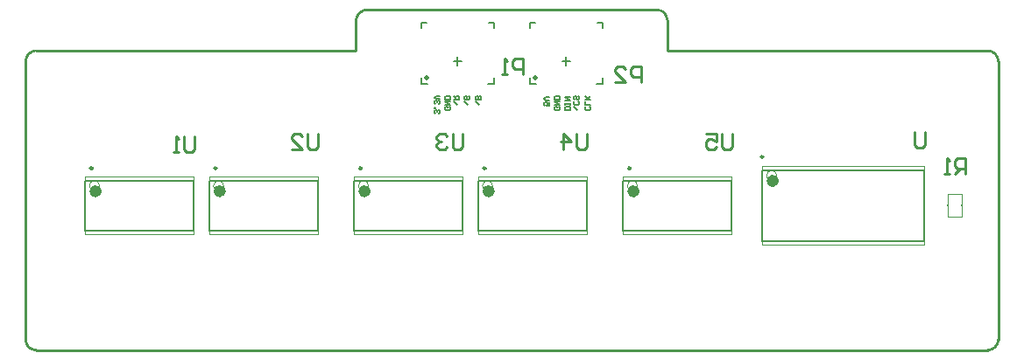
<source format=gbo>
G04 Layer_Color=32896*
%FSLAX42Y42*%
%MOMM*%
G71*
G01*
G75*
%ADD10C,0.25*%
%ADD12C,0.25*%
%ADD13C,0.10*%
%ADD28C,0.60*%
%ADD29C,0.50*%
%ADD30C,0.13*%
%ADD31C,0.20*%
D10*
X4810Y2670D02*
Y2822D01*
X4734D01*
X4708Y2797D01*
Y2746D01*
X4734Y2721D01*
X4810D01*
X4658Y2670D02*
X4607D01*
X4632D01*
Y2822D01*
X4658Y2797D01*
X5950Y2600D02*
Y2752D01*
X5874D01*
X5848Y2727D01*
Y2676D01*
X5874Y2651D01*
X5950D01*
X5696Y2600D02*
X5798D01*
X5696Y2702D01*
Y2727D01*
X5721Y2752D01*
X5772D01*
X5798Y2727D01*
X8690Y2112D02*
Y1985D01*
X8665Y1960D01*
X8614D01*
X8588Y1985D01*
Y2112D01*
X9082Y1704D02*
Y1857D01*
X9005D01*
X8980Y1831D01*
Y1781D01*
X9005Y1755D01*
X9082D01*
X9031D02*
X8980Y1704D01*
X8929D02*
X8878D01*
X8904D01*
Y1857D01*
X8929Y1831D01*
X1630Y2072D02*
Y1945D01*
X1605Y1920D01*
X1554D01*
X1528Y1945D01*
Y2072D01*
X1478Y1920D02*
X1427D01*
X1452D01*
Y2072D01*
X1478Y2047D01*
X2826Y2101D02*
Y1974D01*
X2801Y1948D01*
X2750D01*
X2725Y1974D01*
Y2101D01*
X2572Y1948D02*
X2674D01*
X2572Y2050D01*
Y2075D01*
X2598Y2101D01*
X2648D01*
X2674Y2075D01*
X4226Y2100D02*
Y1973D01*
X4201Y1948D01*
X4150D01*
X4125Y1973D01*
Y2100D01*
X4074Y2075D02*
X4049Y2100D01*
X3998D01*
X3972Y2075D01*
Y2049D01*
X3998Y2024D01*
X4023D01*
X3998D01*
X3972Y1999D01*
Y1973D01*
X3998Y1948D01*
X4049D01*
X4074Y1973D01*
X5427Y2101D02*
Y1974D01*
X5402Y1948D01*
X5351D01*
X5325Y1974D01*
Y2101D01*
X5199Y1948D02*
Y2101D01*
X5275Y2024D01*
X5173D01*
X6827Y2101D02*
Y1974D01*
X6801Y1948D01*
X6750D01*
X6725Y1974D01*
Y2101D01*
X6573D02*
X6674D01*
Y2024D01*
X6623Y2050D01*
X6598D01*
X6573Y2024D01*
Y1974D01*
X6598Y1948D01*
X6649D01*
X6674Y1974D01*
X100Y2900D02*
G03*
X0Y2800I0J-100D01*
G01*
Y100D02*
G03*
X100Y0I100J0D01*
G01*
X9300D02*
G03*
X9400Y100I0J100D01*
G01*
Y2800D02*
G03*
X9300Y2900I-100J0D01*
G01*
X6200Y3200D02*
G03*
X6100Y3300I-100J0D01*
G01*
X3310D02*
G03*
X3190Y3180I0J-120D01*
G01*
D12*
X7129Y1875D02*
G03*
X7129Y1875I-12J0D01*
G01*
X5847Y1762D02*
G03*
X5847Y1762I-12J0D01*
G01*
X4447D02*
G03*
X4447Y1762I-12J0D01*
G01*
X3247D02*
G03*
X3247Y1762I-12J0D01*
G01*
X1847D02*
G03*
X1847Y1762I-12J0D01*
G01*
X647D02*
G03*
X647Y1762I-12J0D01*
G01*
X0Y100D02*
Y2800D01*
X100Y2900D02*
X3190Y2900D01*
X100Y0D02*
X9300D01*
X9400Y100D02*
Y2800D01*
X6200Y2900D02*
X9300D01*
X6200D02*
Y3200D01*
X3190Y2900D02*
Y3180D01*
X3310Y3300D02*
X6100D01*
D13*
X7260Y1690D02*
G03*
X7260Y1690I-50J0D01*
G01*
X5915Y1590D02*
G03*
X5915Y1590I-50J0D01*
G01*
X4515D02*
G03*
X4515Y1590I-50J0D01*
G01*
X3315D02*
G03*
X3315Y1590I-50J0D01*
G01*
X1915D02*
G03*
X1915Y1590I-50J0D01*
G01*
X715D02*
G03*
X715Y1590I-50J0D01*
G01*
X7120Y1780D02*
X8680D01*
X7120Y1020D02*
X8680D01*
X7120D02*
Y1780D01*
X8680Y1020D02*
Y1780D01*
X6825Y1120D02*
Y1680D01*
X5775Y1120D02*
Y1680D01*
Y1120D02*
X6825D01*
X5775Y1680D02*
X6825D01*
X5425Y1120D02*
Y1680D01*
X4375Y1120D02*
Y1680D01*
Y1120D02*
X5425D01*
X4375Y1680D02*
X5425D01*
X4225Y1120D02*
Y1680D01*
X3175Y1120D02*
Y1680D01*
Y1120D02*
X4225D01*
X3175Y1680D02*
X4225D01*
X2825Y1120D02*
Y1680D01*
X1775Y1120D02*
Y1680D01*
Y1120D02*
X2825D01*
X1775Y1680D02*
X2825D01*
X1625Y1120D02*
Y1680D01*
X575Y1120D02*
Y1680D01*
Y1120D02*
X1625D01*
X575Y1680D02*
X1625D01*
X9047Y1295D02*
Y1515D01*
X8912Y1295D02*
Y1515D01*
Y1295D02*
X9047D01*
X8912Y1515D02*
X9047D01*
D28*
X7250Y1640D02*
G03*
X7250Y1640I-30J0D01*
G01*
X5905Y1540D02*
G03*
X5905Y1540I-30J0D01*
G01*
X4505D02*
G03*
X4505Y1540I-30J0D01*
G01*
X3305D02*
G03*
X3305Y1540I-30J0D01*
G01*
X1905D02*
G03*
X1905Y1540I-30J0D01*
G01*
X705D02*
G03*
X705Y1540I-30J0D01*
G01*
D29*
X3872Y2635D02*
D03*
X4922D02*
D03*
D30*
X4175Y2760D02*
Y2840D01*
X4135Y2800D02*
X4215D01*
X3825Y3120D02*
Y3170D01*
X3875D01*
X4475D02*
X4525D01*
Y3120D02*
Y3170D01*
X3825Y2580D02*
Y2640D01*
Y2580D02*
X3885D01*
X4465D02*
X4525D01*
Y2640D01*
X5225Y2760D02*
Y2840D01*
X5185Y2800D02*
X5265D01*
X4875Y3120D02*
Y3170D01*
X4925D01*
X5525D02*
X5575D01*
Y3120D02*
Y3170D01*
X4875Y2580D02*
Y2640D01*
Y2580D02*
X4935D01*
X5515D02*
X5575D01*
Y2640D01*
X3992Y2290D02*
X4000Y2298D01*
Y2315D01*
X3992Y2323D01*
X3983D01*
X3975Y2315D01*
Y2307D01*
Y2315D01*
X3967Y2323D01*
X3958D01*
X3950Y2315D01*
Y2298D01*
X3958Y2290D01*
X3950Y2340D02*
X3958D01*
Y2348D01*
X3950D01*
Y2340D01*
X3992Y2382D02*
X4000Y2390D01*
Y2407D01*
X3992Y2415D01*
X3983D01*
X3975Y2407D01*
Y2398D01*
Y2407D01*
X3967Y2415D01*
X3958D01*
X3950Y2407D01*
Y2390D01*
X3958Y2382D01*
X4000Y2432D02*
X3967D01*
X3950Y2448D01*
X3967Y2465D01*
X4000D01*
X4092Y2363D02*
X4100Y2355D01*
Y2338D01*
X4092Y2330D01*
X4058D01*
X4050Y2338D01*
Y2355D01*
X4058Y2363D01*
X4075D01*
Y2347D01*
X4050Y2380D02*
X4100D01*
X4050Y2413D01*
X4100D01*
Y2430D02*
X4050D01*
Y2455D01*
X4058Y2463D01*
X4092D01*
X4100Y2455D01*
Y2430D01*
X4140Y2413D02*
X4173Y2380D01*
X4140Y2430D02*
X4190D01*
Y2455D01*
X4182Y2463D01*
X4165D01*
X4157Y2455D01*
Y2430D01*
Y2447D02*
X4140Y2463D01*
X4240Y2413D02*
X4273Y2380D01*
X4282Y2463D02*
X4290Y2455D01*
Y2438D01*
X4282Y2430D01*
X4248D01*
X4240Y2438D01*
Y2455D01*
X4248Y2463D01*
X4265D01*
Y2447D01*
X4350Y2413D02*
X4383Y2380D01*
X4400Y2430D02*
X4350D01*
Y2455D01*
X4358Y2463D01*
X4367D01*
X4375Y2455D01*
Y2430D01*
Y2455D01*
X4383Y2463D01*
X4392D01*
X4400Y2455D01*
Y2430D01*
X5152Y2363D02*
X5160Y2355D01*
Y2338D01*
X5152Y2330D01*
X5118D01*
X5110Y2338D01*
Y2355D01*
X5118Y2363D01*
X5135D01*
Y2347D01*
X5110Y2380D02*
X5160D01*
X5110Y2413D01*
X5160D01*
Y2430D02*
X5110D01*
Y2455D01*
X5118Y2463D01*
X5152D01*
X5160Y2455D01*
Y2430D01*
X5060Y2403D02*
Y2370D01*
X5035D01*
X5043Y2387D01*
Y2395D01*
X5035Y2403D01*
X5018D01*
X5010Y2395D01*
Y2378D01*
X5018Y2370D01*
X5060Y2420D02*
X5027D01*
X5010Y2437D01*
X5027Y2453D01*
X5060D01*
X5260Y2330D02*
X5210D01*
Y2355D01*
X5218Y2363D01*
X5252D01*
X5260Y2355D01*
Y2330D01*
Y2380D02*
Y2397D01*
Y2388D01*
X5210D01*
Y2380D01*
Y2397D01*
Y2422D02*
X5260D01*
X5210Y2455D01*
X5260D01*
X5300Y2363D02*
X5333Y2330D01*
X5342Y2413D02*
X5350Y2405D01*
Y2388D01*
X5342Y2380D01*
X5308D01*
X5300Y2388D01*
Y2405D01*
X5308Y2413D01*
X5342Y2463D02*
X5350Y2455D01*
Y2438D01*
X5342Y2430D01*
X5333D01*
X5325Y2438D01*
Y2455D01*
X5317Y2463D01*
X5308D01*
X5300Y2455D01*
Y2438D01*
X5308Y2430D01*
X5452Y2363D02*
X5460Y2355D01*
Y2338D01*
X5452Y2330D01*
X5418D01*
X5410Y2338D01*
Y2355D01*
X5418Y2363D01*
X5460Y2380D02*
X5410D01*
Y2413D01*
X5460Y2430D02*
X5410D01*
X5427D01*
X5460Y2463D01*
X5435Y2438D01*
X5410Y2463D01*
D31*
X7120Y1740D02*
X8680D01*
X7120Y1060D02*
X8680D01*
X7120D02*
Y1740D01*
X8680Y1060D02*
Y1740D01*
X6825Y1160D02*
Y1640D01*
X5775Y1160D02*
Y1640D01*
Y1160D02*
X6825D01*
X5775Y1640D02*
X6825D01*
X5425Y1160D02*
Y1640D01*
X4375Y1160D02*
Y1640D01*
Y1160D02*
X5425D01*
X4375Y1640D02*
X5425D01*
X4225Y1160D02*
Y1640D01*
X3175Y1160D02*
Y1640D01*
Y1160D02*
X4225D01*
X3175Y1640D02*
X4225D01*
X2825Y1160D02*
Y1640D01*
X1775Y1160D02*
Y1640D01*
Y1160D02*
X2825D01*
X1775Y1640D02*
X2825D01*
X1625Y1160D02*
Y1640D01*
X575Y1160D02*
Y1640D01*
Y1160D02*
X1625D01*
X575Y1640D02*
X1625D01*
X9045Y1400D02*
Y1410D01*
X8915Y1400D02*
Y1410D01*
M02*

</source>
